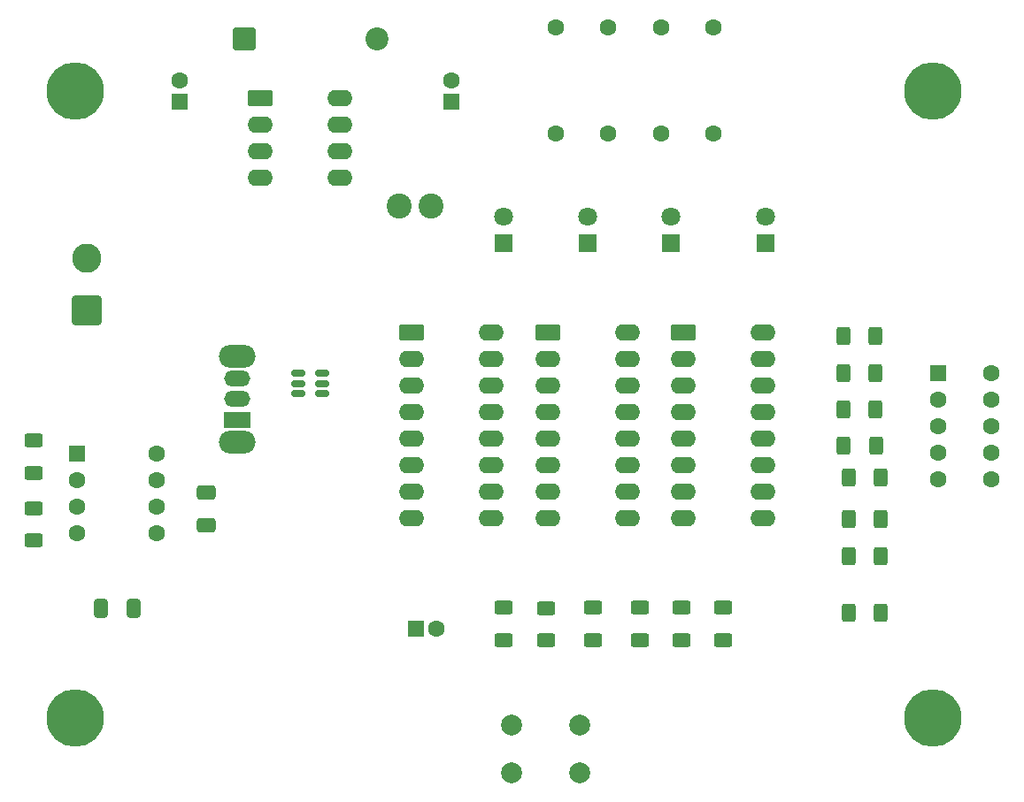
<source format=gbr>
%TF.GenerationSoftware,KiCad,Pcbnew,9.0.3*%
%TF.CreationDate,2025-12-16T11:32:59+01:00*%
%TF.ProjectId,PTP_project1,5054505f-7072-46f6-9a65-6374312e6b69,rev?*%
%TF.SameCoordinates,Original*%
%TF.FileFunction,Soldermask,Top*%
%TF.FilePolarity,Negative*%
%FSLAX46Y46*%
G04 Gerber Fmt 4.6, Leading zero omitted, Abs format (unit mm)*
G04 Created by KiCad (PCBNEW 9.0.3) date 2025-12-16 11:32:59*
%MOMM*%
%LPD*%
G01*
G04 APERTURE LIST*
G04 Aperture macros list*
%AMRoundRect*
0 Rectangle with rounded corners*
0 $1 Rounding radius*
0 $2 $3 $4 $5 $6 $7 $8 $9 X,Y pos of 4 corners*
0 Add a 4 corners polygon primitive as box body*
4,1,4,$2,$3,$4,$5,$6,$7,$8,$9,$2,$3,0*
0 Add four circle primitives for the rounded corners*
1,1,$1+$1,$2,$3*
1,1,$1+$1,$4,$5*
1,1,$1+$1,$6,$7*
1,1,$1+$1,$8,$9*
0 Add four rect primitives between the rounded corners*
20,1,$1+$1,$2,$3,$4,$5,0*
20,1,$1+$1,$4,$5,$6,$7,0*
20,1,$1+$1,$6,$7,$8,$9,0*
20,1,$1+$1,$8,$9,$2,$3,0*%
G04 Aperture macros list end*
%ADD10C,5.500000*%
%ADD11RoundRect,0.250000X0.625000X-0.400000X0.625000X0.400000X-0.625000X0.400000X-0.625000X-0.400000X0*%
%ADD12RoundRect,0.250000X-0.950000X-0.550000X0.950000X-0.550000X0.950000X0.550000X-0.950000X0.550000X0*%
%ADD13O,2.400000X1.600000*%
%ADD14RoundRect,0.250000X-0.400000X-0.625000X0.400000X-0.625000X0.400000X0.625000X-0.400000X0.625000X0*%
%ADD15C,1.600000*%
%ADD16RoundRect,0.249999X-0.850001X-0.850001X0.850001X-0.850001X0.850001X0.850001X-0.850001X0.850001X0*%
%ADD17C,2.200000*%
%ADD18RoundRect,0.150000X-0.512500X-0.150000X0.512500X-0.150000X0.512500X0.150000X-0.512500X0.150000X0*%
%ADD19RoundRect,0.250000X-0.412500X-0.650000X0.412500X-0.650000X0.412500X0.650000X-0.412500X0.650000X0*%
%ADD20R,1.800000X1.800000*%
%ADD21C,1.800000*%
%ADD22RoundRect,0.250000X0.550000X-0.550000X0.550000X0.550000X-0.550000X0.550000X-0.550000X-0.550000X0*%
%ADD23RoundRect,0.250001X1.149999X-1.149999X1.149999X1.149999X-1.149999X1.149999X-1.149999X-1.149999X0*%
%ADD24C,2.800000*%
%ADD25RoundRect,0.250000X-0.550000X-0.550000X0.550000X-0.550000X0.550000X0.550000X-0.550000X0.550000X0*%
%ADD26R,1.600000X1.600000*%
%ADD27C,2.000000*%
%ADD28RoundRect,0.250000X0.650000X-0.412500X0.650000X0.412500X-0.650000X0.412500X-0.650000X-0.412500X0*%
%ADD29C,2.400000*%
%ADD30O,3.500000X2.200000*%
%ADD31R,2.500000X1.500000*%
%ADD32O,2.500000X1.500000*%
G04 APERTURE END LIST*
D10*
%TO.C,H4*%
X192000000Y-100000000D03*
%TD*%
D11*
%TO.C,R9*%
X159500000Y-92550000D03*
X159500000Y-89450000D03*
%TD*%
D12*
%TO.C,U2*%
X142190000Y-63110000D03*
D13*
X142190000Y-65650000D03*
X142190000Y-68190000D03*
X142190000Y-70730000D03*
X142190000Y-73270000D03*
X142190000Y-75810000D03*
X142190000Y-78350000D03*
X142190000Y-80890000D03*
X149810000Y-80890000D03*
X149810000Y-78350000D03*
X149810000Y-75810000D03*
X149810000Y-73270000D03*
X149810000Y-70730000D03*
X149810000Y-68190000D03*
X149810000Y-65650000D03*
X149810000Y-63110000D03*
%TD*%
D14*
%TO.C,R14*%
X183950000Y-90000000D03*
X187050000Y-90000000D03*
%TD*%
%TO.C,R6*%
X183950000Y-81000000D03*
X187050000Y-81000000D03*
%TD*%
D15*
%TO.C,R4*%
X171000000Y-44080000D03*
X171000000Y-33920000D03*
%TD*%
D16*
%TO.C,D4*%
X126150000Y-35000000D03*
D17*
X138850000Y-35000000D03*
%TD*%
D18*
%TO.C,U6*%
X131362500Y-67050000D03*
X131362500Y-68000000D03*
X131362500Y-68950000D03*
X133637500Y-68950000D03*
X133637500Y-68000000D03*
X133637500Y-67050000D03*
%TD*%
D14*
%TO.C,R18*%
X183450000Y-70500000D03*
X186550000Y-70500000D03*
%TD*%
D12*
%TO.C,U1*%
X127690000Y-40690000D03*
D13*
X127690000Y-43230000D03*
X127690000Y-45770000D03*
X127690000Y-48310000D03*
X135310000Y-48310000D03*
X135310000Y-45770000D03*
X135310000Y-43230000D03*
X135310000Y-40690000D03*
%TD*%
D11*
%TO.C,R10*%
X164000000Y-92550000D03*
X164000000Y-89450000D03*
%TD*%
D19*
%TO.C,C4*%
X112437500Y-89500000D03*
X115562500Y-89500000D03*
%TD*%
D12*
%TO.C,U3*%
X155190000Y-63110000D03*
D13*
X155190000Y-65650000D03*
X155190000Y-68190000D03*
X155190000Y-70730000D03*
X155190000Y-73270000D03*
X155190000Y-75810000D03*
X155190000Y-78350000D03*
X155190000Y-80890000D03*
X162810000Y-80890000D03*
X162810000Y-78350000D03*
X162810000Y-75810000D03*
X162810000Y-73270000D03*
X162810000Y-70730000D03*
X162810000Y-68190000D03*
X162810000Y-65650000D03*
X162810000Y-63110000D03*
%TD*%
D20*
%TO.C,D3*%
X167000000Y-54540000D03*
D21*
X167000000Y-52000000D03*
%TD*%
D12*
%TO.C,U4*%
X168190000Y-63110000D03*
D13*
X168190000Y-65650000D03*
X168190000Y-68190000D03*
X168190000Y-70730000D03*
X168190000Y-73270000D03*
X168190000Y-75810000D03*
X168190000Y-78350000D03*
X168190000Y-80890000D03*
X175810000Y-80890000D03*
X175810000Y-78350000D03*
X175810000Y-75810000D03*
X175810000Y-73270000D03*
X175810000Y-70730000D03*
X175810000Y-68190000D03*
X175810000Y-65650000D03*
X175810000Y-63110000D03*
%TD*%
D22*
%TO.C,C2*%
X146000000Y-41000000D03*
D15*
X146000000Y-39000000D03*
%TD*%
D11*
%TO.C,R13*%
X151000000Y-92550000D03*
X151000000Y-89450000D03*
%TD*%
D23*
%TO.C,J1*%
X111117500Y-61000000D03*
D24*
X111117500Y-56000000D03*
%TD*%
D11*
%TO.C,R12*%
X172000000Y-92550000D03*
X172000000Y-89450000D03*
%TD*%
D10*
%TO.C,H2*%
X192000000Y-40000000D03*
%TD*%
D25*
%TO.C,U7*%
X110195000Y-74690000D03*
D15*
X110195000Y-77230000D03*
X110195000Y-79770000D03*
X110195000Y-82310000D03*
X117815000Y-82310000D03*
X117815000Y-79770000D03*
X117815000Y-77230000D03*
X117815000Y-74690000D03*
%TD*%
%TO.C,R1*%
X156000000Y-44080000D03*
X156000000Y-33920000D03*
%TD*%
D26*
%TO.C,U5*%
X192532500Y-66982500D03*
D15*
X192532500Y-69522500D03*
X192532500Y-72062500D03*
X192532500Y-74602500D03*
X192532500Y-77142500D03*
X197612500Y-77142500D03*
X197612500Y-74602500D03*
X197612500Y-72062500D03*
X197612500Y-69522500D03*
X197612500Y-66982500D03*
%TD*%
D10*
%TO.C,H3*%
X110000000Y-100000000D03*
%TD*%
D14*
%TO.C,R5*%
X183950000Y-77000000D03*
X187050000Y-77000000D03*
%TD*%
D20*
%TO.C,D1*%
X151000000Y-54540000D03*
D21*
X151000000Y-52000000D03*
%TD*%
D14*
%TO.C,R17*%
X183450000Y-67000000D03*
X186550000Y-67000000D03*
%TD*%
D11*
%TO.C,R20*%
X106000000Y-76550000D03*
X106000000Y-73450000D03*
%TD*%
%TO.C,R11*%
X168000000Y-92550000D03*
X168000000Y-89450000D03*
%TD*%
D22*
%TO.C,C1*%
X120000000Y-41000000D03*
D15*
X120000000Y-39000000D03*
%TD*%
D20*
%TO.C,D2*%
X159000000Y-54540000D03*
D21*
X159000000Y-52000000D03*
%TD*%
D14*
%TO.C,R16*%
X183500000Y-74000000D03*
X186600000Y-74000000D03*
%TD*%
D15*
%TO.C,R3*%
X166000000Y-44080000D03*
X166000000Y-33920000D03*
%TD*%
D27*
%TO.C,SW1*%
X151750000Y-100750000D03*
X158250000Y-100750000D03*
X151750000Y-105250000D03*
X158250000Y-105250000D03*
%TD*%
D28*
%TO.C,C5*%
X122500000Y-81562500D03*
X122500000Y-78437500D03*
%TD*%
D15*
%TO.C,R2*%
X161000000Y-44080000D03*
X161000000Y-33920000D03*
%TD*%
D29*
%TO.C,L1*%
X141000000Y-51000000D03*
X144000000Y-51000000D03*
%TD*%
D25*
%TO.C,C3*%
X142544888Y-91500000D03*
D15*
X144544888Y-91500000D03*
%TD*%
D20*
%TO.C,D5*%
X176000000Y-54540000D03*
D21*
X176000000Y-52000000D03*
%TD*%
D10*
%TO.C,H1*%
X110000000Y-40000000D03*
%TD*%
D14*
%TO.C,R8*%
X183950000Y-84500000D03*
X187050000Y-84500000D03*
%TD*%
D11*
%TO.C,R19*%
X106000000Y-83050000D03*
X106000000Y-79950000D03*
%TD*%
D14*
%TO.C,R15*%
X183450000Y-63500000D03*
X186550000Y-63500000D03*
%TD*%
D30*
%TO.C,SW2*%
X125500000Y-73600000D03*
X125500000Y-65400000D03*
D31*
X125500000Y-71500000D03*
D32*
X125500000Y-69500000D03*
X125500000Y-67500000D03*
%TD*%
D11*
%TO.C,R7*%
X155000000Y-92600000D03*
X155000000Y-89500000D03*
%TD*%
M02*

</source>
